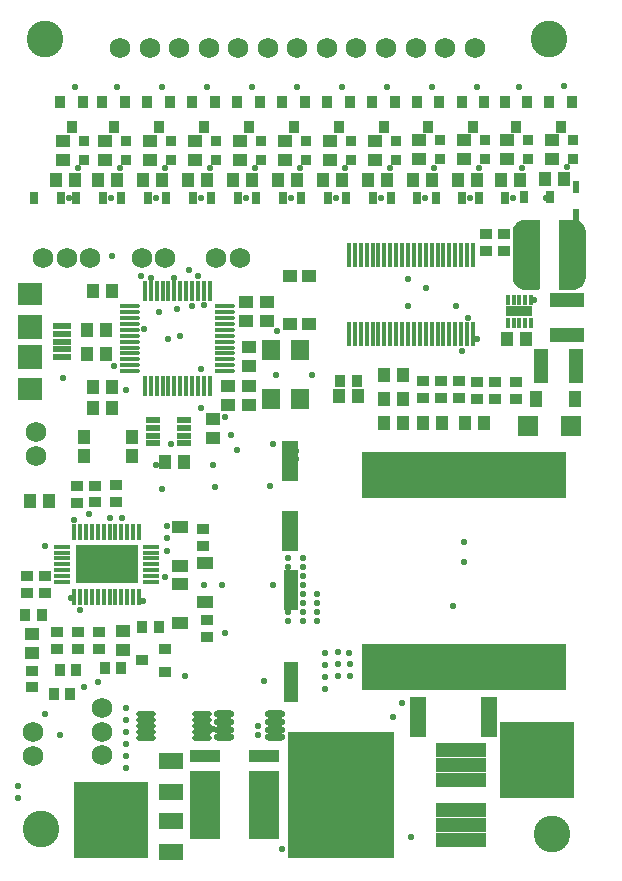
<source format=gts>
G04 Layer_Color=8388736*
%FSAX24Y24*%
%MOIN*%
G70*
G01*
G75*
%ADD62C,0.1220*%
%ADD100R,0.0414X0.0454*%
%ADD101R,0.1674X0.0453*%
%ADD102R,0.3525X0.4233*%
%ADD103R,0.0513X0.1123*%
%ADD104R,0.0158X0.0572*%
%ADD105R,0.0572X0.0158*%
%ADD106R,0.2088X0.1300*%
%ADD107R,0.0336X0.0414*%
%ADD108R,0.0414X0.0336*%
%ADD109R,0.0454X0.0414*%
%ADD110R,0.6810X0.1560*%
%ADD111R,0.0414X0.0375*%
%ADD112R,0.0540X0.0418*%
%ADD113R,0.0454X0.1320*%
%ADD114R,0.0178X0.0336*%
%ADD115R,0.0879X0.0375*%
%ADD116R,0.0217X0.0395*%
%ADD117R,0.1123X0.0513*%
%ADD118O,0.0690X0.0237*%
%ADD119R,0.0810X0.0810*%
%ADD120R,0.0810X0.0770*%
%ADD121R,0.0620X0.0200*%
%ADD122O,0.0158X0.0808*%
%ADD123R,0.0375X0.0375*%
%ADD124R,0.0308X0.0387*%
%ADD125R,0.0418X0.0540*%
%ADD126R,0.0690X0.0532*%
%ADD127R,0.1021X0.2265*%
%ADD128R,0.1021X0.0410*%
%ADD129R,0.0552X0.1379*%
%ADD130R,0.0414X0.0454*%
%ADD131R,0.0454X0.0414*%
%ADD132R,0.0457X0.0240*%
%ADD133O,0.0662X0.0202*%
%ADD134O,0.0662X0.0186*%
%ADD135R,0.0610X0.0690*%
%ADD136O,0.0158X0.0670*%
%ADD137O,0.0670X0.0158*%
G04:AMPARAMS|DCode=138|XSize=88.7mil|YSize=234.3mil|CornerRadius=44.3mil|HoleSize=0mil|Usage=FLASHONLY|Rotation=0.000|XOffset=0mil|YOffset=0mil|HoleType=Round|Shape=RoundedRectangle|*
%AMROUNDEDRECTD138*
21,1,0.0887,0.1457,0,0,0.0*
21,1,0.0000,0.2343,0,0,0.0*
1,1,0.0887,0.0000,-0.0728*
1,1,0.0887,0.0000,-0.0728*
1,1,0.0887,0.0000,0.0728*
1,1,0.0887,0.0000,0.0728*
%
%ADD138ROUNDEDRECTD138*%
%ADD139R,0.0532X0.1320*%
%ADD140R,0.0380X0.0420*%
%ADD141R,0.0847X0.0532*%
%ADD142R,0.2460X0.2560*%
%ADD143R,0.0690X0.0710*%
%ADD144C,0.0690*%
%ADD145C,0.0210*%
%ADD146C,0.0230*%
%ADD147C,0.0198*%
G36*
X063387Y061972D02*
X063387D01*
X063426Y061972D01*
X063427Y061972D01*
X063427Y061972D01*
X063429Y061972D01*
X063431Y061971D01*
X063432Y061971D01*
X063432Y061971D01*
X063508Y061956D01*
X063509Y061956D01*
X063509Y061956D01*
X063511Y061955D01*
X063513Y061955D01*
X063513Y061955D01*
X063514Y061954D01*
X063585Y061925D01*
X063586Y061924D01*
X063587Y061924D01*
X063588Y061923D01*
X063590Y061923D01*
X063590Y061922D01*
X063591Y061922D01*
X063655Y061879D01*
X063656Y061878D01*
X063656Y061878D01*
X063657Y061877D01*
X063659Y061876D01*
X063659Y061875D01*
X063660Y061875D01*
X063715Y061820D01*
X063715Y061820D01*
X063715Y061819D01*
X063716Y061818D01*
X063718Y061817D01*
X063718Y061816D01*
X063718Y061816D01*
X063761Y061751D01*
X063762Y061751D01*
X063762Y061750D01*
X063763Y061749D01*
X063764Y061747D01*
X063764Y061747D01*
X063764Y061746D01*
X063794Y061674D01*
X063794Y061674D01*
X063794Y061673D01*
X063795Y061672D01*
X063795Y061670D01*
X063795Y061669D01*
X063795Y061669D01*
X063811Y061593D01*
X063811Y061592D01*
X063811Y061591D01*
X063811Y061590D01*
X063811Y061588D01*
X063811Y061587D01*
X063811Y061587D01*
Y061548D01*
X063811Y060052D01*
X063811Y060052D01*
X063811Y060013D01*
X063811Y060013D01*
X063811Y060012D01*
X063811Y060010D01*
X063811Y060009D01*
X063811Y060008D01*
X063811Y060007D01*
X063795Y059931D01*
X063795Y059931D01*
X063795Y059930D01*
X063795Y059928D01*
X063794Y059927D01*
X063794Y059926D01*
X063794Y059926D01*
X063764Y059854D01*
X063764Y059853D01*
X063764Y059853D01*
X063763Y059851D01*
X063762Y059850D01*
X063762Y059849D01*
X063761Y059849D01*
X063718Y059784D01*
X063718Y059784D01*
X063718Y059783D01*
X063716Y059782D01*
X063715Y059781D01*
X063715Y059780D01*
X063714Y059780D01*
X063660Y059725D01*
X063659Y059725D01*
X063659Y059724D01*
X063657Y059723D01*
X063656Y059722D01*
X063656Y059722D01*
X063655Y059721D01*
X063591Y059678D01*
X063590Y059678D01*
X063590Y059677D01*
X063588Y059677D01*
X063586Y059676D01*
X063586Y059676D01*
X063585Y059675D01*
X063514Y059646D01*
X063513Y059645D01*
X063513Y059645D01*
X063511Y059645D01*
X063509Y059644D01*
X063509Y059644D01*
X063508Y059644D01*
X063432Y059629D01*
X063431Y059629D01*
X063431Y059629D01*
X063429Y059628D01*
X063427Y059628D01*
X063427Y059628D01*
X063426Y059628D01*
X063387Y059628D01*
X063387D01*
D01*
X062954Y059628D01*
X062954D01*
D01*
X062950Y059629D01*
X062945Y059630D01*
X062941Y059631D01*
X062938Y059633D01*
X062937Y059634D01*
X062933Y059637D01*
Y059637D01*
X062933D01*
X062930Y059641D01*
X062929Y059642D01*
X062928Y059645D01*
X062926Y059649D01*
X062925Y059654D01*
X062924Y059658D01*
Y059658D01*
D01*
Y061942D01*
X062924Y061943D01*
X062925Y061946D01*
X062926Y061951D01*
X062926Y061951D01*
Y061951D01*
X062928Y061955D01*
X062930Y061959D01*
X062930Y061959D01*
X062930Y061959D01*
X062930Y061959D01*
X062932Y061962D01*
X062933Y061963D01*
X062933Y061963D01*
X062933Y061963D01*
X062934Y061964D01*
X062937Y061966D01*
X062937Y061966D01*
X062937Y061966D01*
X062937Y061966D01*
X062941Y061969D01*
X062945Y061970D01*
X062945D01*
X062945Y061970D01*
X062950Y061971D01*
X062953Y061972D01*
X062954Y061972D01*
X063387Y061972D01*
X063387Y061972D01*
D02*
G37*
G36*
X062250Y061971D02*
X062255Y061970D01*
X062259Y061969D01*
X062263Y061966D01*
X062267Y061963D01*
X062270Y061959D01*
X062272Y061955D01*
X062274Y061951D01*
X062275Y061946D01*
X062276Y061942D01*
Y059658D01*
Y059658D01*
D01*
X062275Y059654D01*
X062274Y059649D01*
X062274Y059647D01*
X062272Y059645D01*
X062270Y059641D01*
X062267Y059637D01*
X062267D01*
Y059637D01*
X062263Y059634D01*
X062259Y059631D01*
X062257Y059630D01*
X062255Y059630D01*
X062250Y059629D01*
X062246Y059628D01*
X062246D01*
D01*
X061813Y059628D01*
X061774Y059628D01*
X061773Y059628D01*
X061773Y059628D01*
X061771Y059628D01*
X061769Y059629D01*
X061769Y059629D01*
X061768Y059629D01*
X061692Y059644D01*
X061691Y059644D01*
X061691Y059644D01*
X061689Y059645D01*
X061687Y059645D01*
X061687Y059645D01*
X061686Y059646D01*
X061615Y059675D01*
X061614Y059676D01*
X061614Y059676D01*
X061612Y059677D01*
X061610Y059677D01*
X061610Y059678D01*
X061609Y059678D01*
X061545Y059721D01*
X061544Y059722D01*
X061544Y059722D01*
X061543Y059723D01*
X061541Y059724D01*
X061541Y059724D01*
X061540Y059725D01*
X061486Y059780D01*
X061485Y059780D01*
X061485Y059781D01*
X061484Y059782D01*
X061482Y059783D01*
X061482Y059784D01*
X061482Y059784D01*
X061439Y059849D01*
X061438Y059849D01*
X061438Y059850D01*
X061437Y059851D01*
X061436Y059853D01*
X061436Y059853D01*
X061436Y059854D01*
X061406Y059926D01*
X061406Y059926D01*
X061406Y059927D01*
X061405Y059928D01*
X061405Y059930D01*
X061405Y059931D01*
X061405Y059931D01*
X061389Y060007D01*
X061389Y060008D01*
X061389Y060008D01*
X061389Y060010D01*
X061389Y060012D01*
X061389Y060013D01*
X061389Y060013D01*
X061389Y060052D01*
X061389Y060052D01*
X061389Y061548D01*
D01*
Y061548D01*
X061389Y061587D01*
X061389Y061587D01*
X061389Y061588D01*
X061389Y061590D01*
X061389Y061592D01*
X061389Y061592D01*
X061389Y061593D01*
X061405Y061669D01*
X061405Y061669D01*
X061405Y061670D01*
X061405Y061672D01*
X061406Y061673D01*
X061406Y061674D01*
X061406Y061674D01*
X061436Y061746D01*
X061436Y061747D01*
X061436Y061747D01*
X061437Y061749D01*
X061438Y061750D01*
X061438Y061751D01*
X061439Y061751D01*
X061482Y061816D01*
X061482Y061816D01*
X061482Y061817D01*
X061484Y061818D01*
X061485Y061819D01*
X061485Y061820D01*
X061486Y061820D01*
X061540Y061875D01*
X061541Y061875D01*
X061541Y061876D01*
X061543Y061877D01*
X061544Y061878D01*
X061544Y061878D01*
X061545Y061879D01*
X061609Y061922D01*
X061610Y061922D01*
X061610Y061923D01*
X061612Y061923D01*
X061614Y061924D01*
X061614Y061924D01*
X061615Y061925D01*
X061686Y061954D01*
X061687Y061955D01*
X061687Y061955D01*
X061689Y061955D01*
X061691Y061956D01*
X061691Y061956D01*
X061692Y061956D01*
X061768Y061971D01*
X061769Y061971D01*
X061769Y061971D01*
X061771Y061972D01*
X061773Y061972D01*
X061773Y061972D01*
X061774Y061972D01*
X061813D01*
X061813Y061972D01*
X062246Y061972D01*
X062250Y061971D01*
D02*
G37*
D62*
X062600Y068000D02*
D03*
X045800D02*
D03*
X045650Y041650D02*
D03*
X062700Y041500D02*
D03*
D100*
X047385Y059600D02*
D03*
X048015D02*
D03*
X061185Y058000D02*
D03*
X061815D02*
D03*
X047185Y057500D02*
D03*
X047815D02*
D03*
X047185Y058300D02*
D03*
X047815D02*
D03*
X062465Y063306D02*
D03*
X063095D02*
D03*
X060985Y063300D02*
D03*
X061615D02*
D03*
X059545D02*
D03*
X060175D02*
D03*
X058045D02*
D03*
X058675D02*
D03*
X056560Y063285D02*
D03*
X057190D02*
D03*
X055060D02*
D03*
X055690D02*
D03*
X053560D02*
D03*
X054190D02*
D03*
X052060D02*
D03*
X052690D02*
D03*
X050560D02*
D03*
X051190D02*
D03*
X049060D02*
D03*
X049690D02*
D03*
X047560D02*
D03*
X048190D02*
D03*
X046160D02*
D03*
X046790D02*
D03*
X056215Y056100D02*
D03*
X055585D02*
D03*
X057715Y055200D02*
D03*
X057085D02*
D03*
X060415D02*
D03*
X059785D02*
D03*
X059015D02*
D03*
X058385D02*
D03*
X049785Y053900D02*
D03*
X050415D02*
D03*
X047385Y056400D02*
D03*
X048015D02*
D03*
X057715Y056000D02*
D03*
X057085D02*
D03*
X057715Y056800D02*
D03*
X057085D02*
D03*
X047385Y055700D02*
D03*
X048015D02*
D03*
X045285Y052600D02*
D03*
X045915D02*
D03*
D101*
X059661Y041300D02*
D03*
Y041800D02*
D03*
Y042300D02*
D03*
Y043300D02*
D03*
Y043800D02*
D03*
Y044300D02*
D03*
D102*
X055645Y042800D02*
D03*
D103*
X062309Y057100D02*
D03*
X063491D02*
D03*
D104*
X048927Y051560D02*
D03*
X048730D02*
D03*
X048533D02*
D03*
X048336D02*
D03*
X048140D02*
D03*
X047943D02*
D03*
X047746D02*
D03*
X047549D02*
D03*
X047352D02*
D03*
X047155D02*
D03*
X046958D02*
D03*
X046762D02*
D03*
Y049395D02*
D03*
X046958D02*
D03*
X047155D02*
D03*
X047352D02*
D03*
X047549D02*
D03*
X047746D02*
D03*
X047943D02*
D03*
X048140D02*
D03*
X048336D02*
D03*
X048533D02*
D03*
X048730D02*
D03*
X048927D02*
D03*
D105*
X046368Y051068D02*
D03*
Y050871D02*
D03*
Y050674D02*
D03*
Y050478D02*
D03*
Y050281D02*
D03*
Y050084D02*
D03*
Y049887D02*
D03*
X049321D02*
D03*
Y050084D02*
D03*
Y050281D02*
D03*
Y050478D02*
D03*
Y050674D02*
D03*
Y050871D02*
D03*
Y051068D02*
D03*
D106*
X047844Y050478D02*
D03*
D107*
X045676Y048800D02*
D03*
X045124D02*
D03*
X046287Y046939D02*
D03*
X046838D02*
D03*
X046080Y046155D02*
D03*
X046631D02*
D03*
X049581Y048374D02*
D03*
X049030D02*
D03*
X047787Y047024D02*
D03*
X048338D02*
D03*
X055624Y056600D02*
D03*
X056176D02*
D03*
D108*
X046191Y047660D02*
D03*
Y048211D02*
D03*
X045800Y050076D02*
D03*
Y049524D02*
D03*
X045200Y050076D02*
D03*
Y049524D02*
D03*
X047463Y053099D02*
D03*
Y052548D02*
D03*
X046863Y052524D02*
D03*
Y053075D02*
D03*
X045363Y046924D02*
D03*
Y046373D02*
D03*
X046891Y048211D02*
D03*
Y047660D02*
D03*
X047591D02*
D03*
Y048211D02*
D03*
X051191Y048611D02*
D03*
Y048060D02*
D03*
X048163Y052566D02*
D03*
Y053117D02*
D03*
X051056Y051104D02*
D03*
Y051655D02*
D03*
X060500Y060924D02*
D03*
Y061476D02*
D03*
X060200Y055997D02*
D03*
Y056548D02*
D03*
X060800Y055997D02*
D03*
Y056548D02*
D03*
X061500Y055997D02*
D03*
Y056548D02*
D03*
X061100Y061476D02*
D03*
Y060924D02*
D03*
X059600Y056024D02*
D03*
Y056576D02*
D03*
X058400Y056024D02*
D03*
Y056576D02*
D03*
X059000Y056024D02*
D03*
Y056576D02*
D03*
D109*
X048391Y048251D02*
D03*
Y047621D02*
D03*
X045363Y047524D02*
D03*
Y048154D02*
D03*
X062680Y063991D02*
D03*
Y064621D02*
D03*
X061200Y063985D02*
D03*
Y064615D02*
D03*
X059760Y063985D02*
D03*
Y064615D02*
D03*
X058260Y063985D02*
D03*
Y064615D02*
D03*
X056775Y063970D02*
D03*
Y064600D02*
D03*
X055275Y063970D02*
D03*
Y064600D02*
D03*
X053775Y063970D02*
D03*
Y064600D02*
D03*
X052275Y063970D02*
D03*
Y064600D02*
D03*
X050775Y063970D02*
D03*
Y064600D02*
D03*
X049275Y063970D02*
D03*
Y064600D02*
D03*
X047775Y063970D02*
D03*
Y064600D02*
D03*
X046375Y063970D02*
D03*
Y064600D02*
D03*
X052600Y056415D02*
D03*
Y055785D02*
D03*
Y057715D02*
D03*
Y057085D02*
D03*
X053200Y059215D02*
D03*
Y058585D02*
D03*
X051400Y054685D02*
D03*
Y055315D02*
D03*
X052500Y059215D02*
D03*
Y058585D02*
D03*
X051900Y055800D02*
D03*
Y056430D02*
D03*
D110*
X059756Y053455D02*
D03*
Y047055D02*
D03*
D111*
X049012Y047274D02*
D03*
X049799Y047648D02*
D03*
Y046900D02*
D03*
D112*
X050306Y049818D02*
D03*
Y048531D02*
D03*
X051121Y049220D02*
D03*
Y050507D02*
D03*
X050306Y050431D02*
D03*
Y051718D02*
D03*
D113*
X054000Y046565D02*
D03*
Y049635D02*
D03*
D114*
X061409Y058520D02*
D03*
X061606D02*
D03*
X061803D02*
D03*
X062000D02*
D03*
Y059300D02*
D03*
X061803D02*
D03*
X061606D02*
D03*
X061409D02*
D03*
X061213D02*
D03*
Y058520D02*
D03*
D115*
X061606Y058910D02*
D03*
D116*
X063500Y062137D02*
D03*
Y063063D02*
D03*
D117*
X063200Y059291D02*
D03*
Y058109D02*
D03*
D118*
X053446Y044716D02*
D03*
Y044972D02*
D03*
Y045228D02*
D03*
Y045484D02*
D03*
X051754Y044716D02*
D03*
Y044972D02*
D03*
Y045228D02*
D03*
Y045484D02*
D03*
D119*
X045300Y057400D02*
D03*
Y058400D02*
D03*
D120*
Y056320D02*
D03*
Y059475D02*
D03*
D121*
X046350Y057640D02*
D03*
Y057900D02*
D03*
Y058156D02*
D03*
Y057380D02*
D03*
Y058412D02*
D03*
D122*
X055922Y058143D02*
D03*
X056119D02*
D03*
X056316D02*
D03*
X056513D02*
D03*
X056710D02*
D03*
X056906D02*
D03*
X057103D02*
D03*
X057300D02*
D03*
X057497D02*
D03*
X057694D02*
D03*
X057891D02*
D03*
X058088D02*
D03*
X058284D02*
D03*
X058481D02*
D03*
X058678D02*
D03*
X058875D02*
D03*
X059072D02*
D03*
X059269D02*
D03*
X059466D02*
D03*
X059662D02*
D03*
X059859D02*
D03*
X060056D02*
D03*
X055922Y060800D02*
D03*
X056119D02*
D03*
X056316D02*
D03*
X056513D02*
D03*
X056710D02*
D03*
X056906D02*
D03*
X057103D02*
D03*
X057300D02*
D03*
X057497D02*
D03*
X057694D02*
D03*
X057891D02*
D03*
X058088D02*
D03*
X058284D02*
D03*
X058481D02*
D03*
X058678D02*
D03*
X058875D02*
D03*
X059072D02*
D03*
X059269D02*
D03*
X059466D02*
D03*
X059662D02*
D03*
X059859D02*
D03*
X060056D02*
D03*
D123*
X063380Y063991D02*
D03*
Y064621D02*
D03*
X061900Y063985D02*
D03*
Y064615D02*
D03*
X060460Y063985D02*
D03*
Y064615D02*
D03*
X058960Y063985D02*
D03*
Y064615D02*
D03*
X057475Y063970D02*
D03*
Y064600D02*
D03*
X055975Y063970D02*
D03*
Y064600D02*
D03*
X054475Y063970D02*
D03*
Y064600D02*
D03*
X052975Y063970D02*
D03*
Y064600D02*
D03*
X051475Y063970D02*
D03*
Y064600D02*
D03*
X049975Y063970D02*
D03*
Y064600D02*
D03*
X048475Y063970D02*
D03*
Y064600D02*
D03*
X047075Y063970D02*
D03*
Y064600D02*
D03*
D124*
X062619Y062706D02*
D03*
X061741D02*
D03*
X061139Y062700D02*
D03*
X060261D02*
D03*
X059699D02*
D03*
X058821D02*
D03*
X058199D02*
D03*
X057321D02*
D03*
X056714Y062685D02*
D03*
X055836D02*
D03*
X055214Y062685D02*
D03*
X054336D02*
D03*
X053714Y062685D02*
D03*
X052836D02*
D03*
X052214D02*
D03*
X051336D02*
D03*
X050714D02*
D03*
X049836D02*
D03*
X049214Y062685D02*
D03*
X048336D02*
D03*
X047714Y062685D02*
D03*
X046836D02*
D03*
X046314Y062685D02*
D03*
X045436D02*
D03*
D125*
X063444Y056000D02*
D03*
X062156D02*
D03*
D126*
X061891Y055100D02*
D03*
X063309D02*
D03*
D127*
X053076Y042450D02*
D03*
X051124D02*
D03*
D128*
Y044078D02*
D03*
X053076D02*
D03*
D129*
X060581Y045400D02*
D03*
X058219D02*
D03*
D130*
X048707Y054085D02*
D03*
Y054715D02*
D03*
X047093Y054085D02*
D03*
Y054715D02*
D03*
D131*
X054600Y060100D02*
D03*
X053970D02*
D03*
X054600Y058486D02*
D03*
X053970D02*
D03*
D132*
X050412Y054516D02*
D03*
Y054772D02*
D03*
Y055028D02*
D03*
X049388D02*
D03*
Y054772D02*
D03*
Y054516D02*
D03*
Y055284D02*
D03*
X050412D02*
D03*
D133*
X051026Y044698D02*
D03*
Y045502D02*
D03*
X049174D02*
D03*
Y044698D02*
D03*
D134*
X051026Y044903D02*
D03*
Y045100D02*
D03*
Y045297D02*
D03*
X049174D02*
D03*
Y045100D02*
D03*
Y044903D02*
D03*
D135*
X054275Y055985D02*
D03*
Y057615D02*
D03*
X053325D02*
D03*
Y055985D02*
D03*
D136*
X051283Y056415D02*
D03*
X051086D02*
D03*
X050889D02*
D03*
X050692D02*
D03*
X050495D02*
D03*
X050298D02*
D03*
X050102D02*
D03*
X049905D02*
D03*
X049708D02*
D03*
X049511D02*
D03*
X049314D02*
D03*
X049117D02*
D03*
Y059585D02*
D03*
X049314D02*
D03*
X049511D02*
D03*
X049708D02*
D03*
X049905D02*
D03*
X050102D02*
D03*
X050298D02*
D03*
X050495D02*
D03*
X050692D02*
D03*
X050889D02*
D03*
X051086D02*
D03*
X051283D02*
D03*
D137*
X048615Y056917D02*
D03*
Y057114D02*
D03*
Y057311D02*
D03*
Y057508D02*
D03*
Y057705D02*
D03*
Y057902D02*
D03*
Y058098D02*
D03*
Y058295D02*
D03*
Y058492D02*
D03*
Y058689D02*
D03*
Y058886D02*
D03*
Y059083D02*
D03*
X051785D02*
D03*
Y058886D02*
D03*
Y058689D02*
D03*
Y058492D02*
D03*
Y058295D02*
D03*
Y058098D02*
D03*
Y057902D02*
D03*
Y057705D02*
D03*
Y057508D02*
D03*
Y057311D02*
D03*
Y057114D02*
D03*
Y056917D02*
D03*
D138*
X063368Y060800D02*
D03*
X061832D02*
D03*
D139*
X053956Y053936D02*
D03*
Y051574D02*
D03*
D140*
X062980Y065066D02*
D03*
X062600Y065900D02*
D03*
X063354D02*
D03*
X061874Y065894D02*
D03*
X061120D02*
D03*
X061500Y065060D02*
D03*
X060060Y065060D02*
D03*
X059680Y065894D02*
D03*
X060434D02*
D03*
X058934D02*
D03*
X058180D02*
D03*
X058560Y065060D02*
D03*
X057075Y065045D02*
D03*
X056695Y065879D02*
D03*
X057449D02*
D03*
X055949D02*
D03*
X055195D02*
D03*
X055575Y065045D02*
D03*
X054075D02*
D03*
X053695Y065879D02*
D03*
X054449D02*
D03*
X052949Y065879D02*
D03*
X052195D02*
D03*
X052575Y065045D02*
D03*
X051075D02*
D03*
X050695Y065879D02*
D03*
X051449D02*
D03*
X049949Y065879D02*
D03*
X049195D02*
D03*
X049575Y065045D02*
D03*
X048075Y065045D02*
D03*
X047695Y065879D02*
D03*
X048449D02*
D03*
X047049Y065879D02*
D03*
X046295D02*
D03*
X046675Y065045D02*
D03*
D141*
X050000Y043912D02*
D03*
Y042888D02*
D03*
Y041912D02*
D03*
Y040888D02*
D03*
D142*
X048000Y041950D02*
D03*
X062200Y043950D02*
D03*
D143*
X061891Y055100D02*
D03*
X063309D02*
D03*
D144*
X049800Y060700D02*
D03*
X049013D02*
D03*
X052287D02*
D03*
X051500D02*
D03*
X045500Y054100D02*
D03*
Y054887D02*
D03*
X045400Y044100D02*
D03*
Y044887D02*
D03*
X060111Y067700D02*
D03*
X059127D02*
D03*
X058143D02*
D03*
X057158D02*
D03*
X056174D02*
D03*
X055190D02*
D03*
X054206D02*
D03*
X053221D02*
D03*
X052237D02*
D03*
X051253D02*
D03*
X050269D02*
D03*
X049284D02*
D03*
X048300D02*
D03*
X047300Y060700D02*
D03*
X045725D02*
D03*
X046513D02*
D03*
X047700Y044900D02*
D03*
Y045687D02*
D03*
Y044113D02*
D03*
D145*
X049100Y058333D02*
D03*
X049856Y051355D02*
D03*
X045800Y051100D02*
D03*
X047963Y052024D02*
D03*
X059400Y054000D02*
D03*
Y052800D02*
D03*
Y053100D02*
D03*
Y053700D02*
D03*
Y053400D02*
D03*
X059700Y057600D02*
D03*
X050456Y046755D02*
D03*
X061900Y047600D02*
D03*
Y047300D02*
D03*
Y047000D02*
D03*
Y046700D02*
D03*
Y046400D02*
D03*
X061400D02*
D03*
Y046700D02*
D03*
Y047300D02*
D03*
Y047600D02*
D03*
Y047000D02*
D03*
X060363Y047586D02*
D03*
X059900Y046400D02*
D03*
Y046700D02*
D03*
Y047000D02*
D03*
X059400Y046400D02*
D03*
Y046700D02*
D03*
Y047000D02*
D03*
Y047300D02*
D03*
Y047600D02*
D03*
X058900D02*
D03*
Y047300D02*
D03*
Y046400D02*
D03*
Y046700D02*
D03*
Y047000D02*
D03*
X058400Y046400D02*
D03*
Y047600D02*
D03*
Y047300D02*
D03*
Y046700D02*
D03*
X057900Y046400D02*
D03*
Y046700D02*
D03*
Y047000D02*
D03*
Y047300D02*
D03*
Y047600D02*
D03*
X057400Y046700D02*
D03*
Y047000D02*
D03*
Y047300D02*
D03*
Y047600D02*
D03*
X058400Y047000D02*
D03*
X053900Y050700D02*
D03*
X054863Y049486D02*
D03*
X054400Y049500D02*
D03*
Y049800D02*
D03*
Y048900D02*
D03*
Y049200D02*
D03*
Y048600D02*
D03*
X054863Y048886D02*
D03*
Y049186D02*
D03*
Y048586D02*
D03*
X055572Y047555D02*
D03*
X047256Y052155D02*
D03*
X046756Y051955D02*
D03*
X059400Y049100D02*
D03*
X053400Y054500D02*
D03*
X051000Y057000D02*
D03*
X054400Y050700D02*
D03*
Y050400D02*
D03*
Y050100D02*
D03*
X053900Y050400D02*
D03*
Y050100D02*
D03*
Y049800D02*
D03*
Y049500D02*
D03*
Y048600D02*
D03*
Y049200D02*
D03*
Y048900D02*
D03*
X049793Y050069D02*
D03*
X059500Y059100D02*
D03*
X051400Y053800D02*
D03*
X046956Y048955D02*
D03*
X047385Y055700D02*
D03*
X058700Y066400D02*
D03*
X049063Y049239D02*
D03*
X062863Y052786D02*
D03*
Y053086D02*
D03*
Y053386D02*
D03*
Y053686D02*
D03*
Y053986D02*
D03*
X062363D02*
D03*
Y053686D02*
D03*
Y053386D02*
D03*
Y053086D02*
D03*
Y052786D02*
D03*
X061863Y053986D02*
D03*
Y053686D02*
D03*
Y053386D02*
D03*
Y053086D02*
D03*
Y052786D02*
D03*
X061363Y053986D02*
D03*
Y053686D02*
D03*
Y053386D02*
D03*
Y053086D02*
D03*
Y052786D02*
D03*
X060863Y053986D02*
D03*
Y053686D02*
D03*
Y053386D02*
D03*
Y053086D02*
D03*
Y052786D02*
D03*
X060363Y053986D02*
D03*
Y053686D02*
D03*
Y053386D02*
D03*
Y053086D02*
D03*
Y052786D02*
D03*
X059863Y053986D02*
D03*
Y053686D02*
D03*
Y053386D02*
D03*
Y053086D02*
D03*
Y052786D02*
D03*
X058863Y053986D02*
D03*
Y053686D02*
D03*
Y053386D02*
D03*
Y053086D02*
D03*
Y052786D02*
D03*
X058363Y053986D02*
D03*
Y053686D02*
D03*
Y053386D02*
D03*
Y053086D02*
D03*
Y052786D02*
D03*
X057863Y053986D02*
D03*
Y053686D02*
D03*
Y053386D02*
D03*
Y053086D02*
D03*
Y052786D02*
D03*
X057363Y053986D02*
D03*
Y053686D02*
D03*
X060363Y046386D02*
D03*
Y046686D02*
D03*
Y046986D02*
D03*
Y047286D02*
D03*
X060863Y046386D02*
D03*
Y046686D02*
D03*
Y046986D02*
D03*
Y047286D02*
D03*
Y047586D02*
D03*
X062363Y046386D02*
D03*
Y046686D02*
D03*
Y046986D02*
D03*
Y047286D02*
D03*
Y047586D02*
D03*
X062863D02*
D03*
Y047286D02*
D03*
Y046986D02*
D03*
Y046686D02*
D03*
Y046386D02*
D03*
X055972Y047155D02*
D03*
Y046755D02*
D03*
X055128Y046710D02*
D03*
Y046310D02*
D03*
X055572Y046755D02*
D03*
Y047155D02*
D03*
X055128Y047510D02*
D03*
Y047110D02*
D03*
X060260Y063700D02*
D03*
X063180Y063706D02*
D03*
X061700Y063700D02*
D03*
X061400Y062700D02*
D03*
X058760Y063700D02*
D03*
X052775Y063685D02*
D03*
X052675Y066385D02*
D03*
X059960Y062700D02*
D03*
X046775Y066385D02*
D03*
X046875Y063685D02*
D03*
X048275D02*
D03*
X047975Y062685D02*
D03*
X049675Y066385D02*
D03*
X049775Y063685D02*
D03*
X049475Y062685D02*
D03*
X051175Y066385D02*
D03*
X051275Y063685D02*
D03*
X050975Y062685D02*
D03*
X054175Y066385D02*
D03*
X054275Y063685D02*
D03*
X055775D02*
D03*
X057175Y066385D02*
D03*
X057275Y063685D02*
D03*
X056975Y062685D02*
D03*
X055475D02*
D03*
X052475D02*
D03*
X046575D02*
D03*
X055675Y066385D02*
D03*
X063080Y066406D02*
D03*
X060200Y066400D02*
D03*
X061600D02*
D03*
X053975Y062685D02*
D03*
X058460Y062700D02*
D03*
X049863Y050924D02*
D03*
X054163Y053986D02*
D03*
X053863D02*
D03*
X054156Y054255D02*
D03*
X053856D02*
D03*
X051100Y049800D02*
D03*
X060415Y055200D02*
D03*
X059015D02*
D03*
X057715D02*
D03*
X056215Y056100D02*
D03*
X057900Y060000D02*
D03*
Y059100D02*
D03*
X054600Y060000D02*
D03*
X052500Y059300D02*
D03*
X053500Y056800D02*
D03*
X048100Y057100D02*
D03*
X062500Y062700D02*
D03*
X051456Y053055D02*
D03*
X048363Y052024D02*
D03*
X052200Y054300D02*
D03*
X049600Y058900D02*
D03*
X050300Y058100D02*
D03*
X049900Y058000D02*
D03*
X051800Y055400D02*
D03*
X059900Y058700D02*
D03*
X060176Y058000D02*
D03*
X055928Y047510D02*
D03*
X059763Y051224D02*
D03*
X049000Y060100D02*
D03*
X052000Y054800D02*
D03*
X048175Y066385D02*
D03*
X059763Y050545D02*
D03*
X051100Y059122D02*
D03*
X050700Y059100D02*
D03*
X050200Y059000D02*
D03*
X050900Y060100D02*
D03*
X050600Y060300D02*
D03*
X049856Y051755D02*
D03*
D146*
X048500Y056300D02*
D03*
X046300Y044800D02*
D03*
X051400Y045000D02*
D03*
X057400Y045400D02*
D03*
X059900Y047600D02*
D03*
Y047300D02*
D03*
X044900Y042700D02*
D03*
Y043100D02*
D03*
X049340Y060022D02*
D03*
X046400Y056700D02*
D03*
X052900Y044800D02*
D03*
Y045100D02*
D03*
X058000Y041400D02*
D03*
X053100Y046600D02*
D03*
X053400Y049800D02*
D03*
X051800Y048200D02*
D03*
X051700Y049800D02*
D03*
X057700Y045841D02*
D03*
X063500Y057400D02*
D03*
Y056800D02*
D03*
X063200Y058109D02*
D03*
X062900Y058100D02*
D03*
X063500D02*
D03*
Y057100D02*
D03*
X063200Y059300D02*
D03*
X063500D02*
D03*
X062900D02*
D03*
X058500Y059700D02*
D03*
X052500Y058700D02*
D03*
X063300Y054900D02*
D03*
X062100Y059300D02*
D03*
X046656Y049355D02*
D03*
X045800Y045500D02*
D03*
X047100Y046400D02*
D03*
X049700Y053000D02*
D03*
X048500Y044100D02*
D03*
Y045700D02*
D03*
Y043700D02*
D03*
Y044500D02*
D03*
X053300Y053100D02*
D03*
X049500Y053800D02*
D03*
X051000Y055700D02*
D03*
X048008Y060750D02*
D03*
X054700Y056800D02*
D03*
X053700Y041000D02*
D03*
X050000Y054500D02*
D03*
X053538Y058266D02*
D03*
X048500Y045300D02*
D03*
Y044900D02*
D03*
X060700Y045500D02*
D03*
X050090Y060008D02*
D03*
X047556Y046555D02*
D03*
D147*
X048710Y050911D02*
D03*
Y050478D02*
D03*
Y050044D02*
D03*
X048277Y050911D02*
D03*
Y050478D02*
D03*
Y050044D02*
D03*
X047844Y050911D02*
D03*
Y050478D02*
D03*
Y050044D02*
D03*
X047411Y050911D02*
D03*
Y050478D02*
D03*
Y050044D02*
D03*
X046978Y050911D02*
D03*
Y050478D02*
D03*
Y050044D02*
D03*
M02*

</source>
